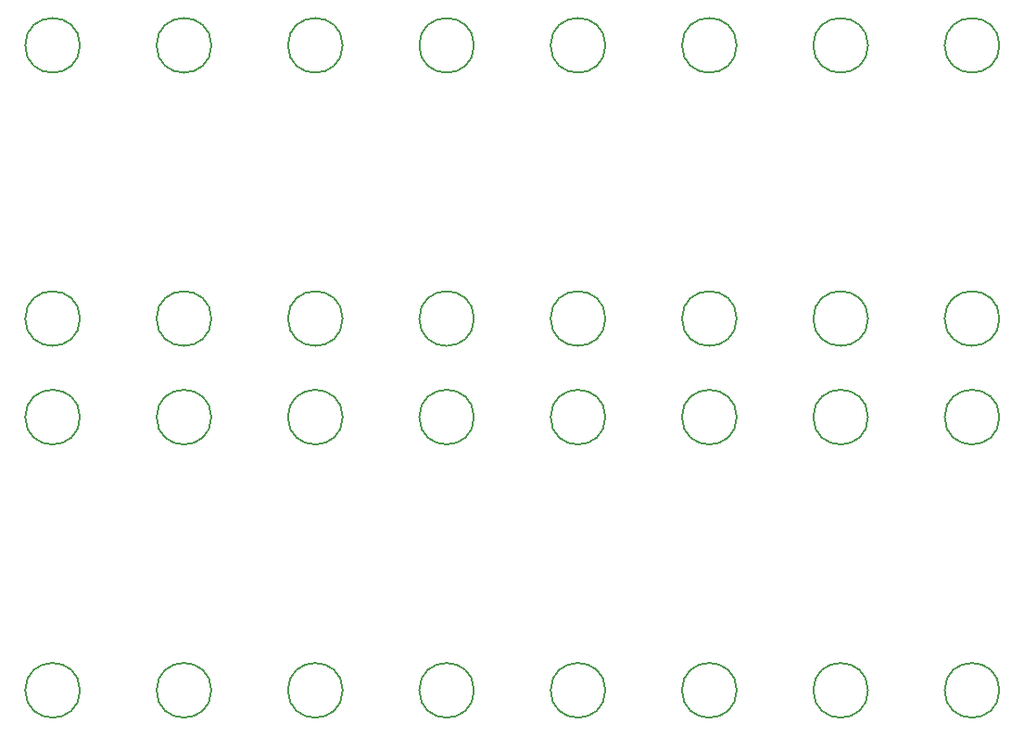
<source format=gbr>
%TF.GenerationSoftware,KiCad,Pcbnew,8.0.2*%
%TF.CreationDate,2024-06-26T22:28:10+07:00*%
%TF.ProjectId,Diode_M7_Panel,44696f64-655f-44d3-975f-50616e656c2e,rev?*%
%TF.SameCoordinates,Original*%
%TF.FileFunction,Other,Comment*%
%FSLAX46Y46*%
G04 Gerber Fmt 4.6, Leading zero omitted, Abs format (unit mm)*
G04 Created by KiCad (PCBNEW 8.0.2) date 2024-06-26 22:28:10*
%MOMM*%
%LPD*%
G01*
G04 APERTURE LIST*
%ADD10C,0.150000*%
G04 APERTURE END LIST*
D10*
%TO.C,J2*%
X7500000Y-36500500D02*
G75*
G02*
X2500000Y-36500500I-2500000J0D01*
G01*
X2500000Y-36500500D02*
G75*
G02*
X7500000Y-36500500I2500000J0D01*
G01*
X43500000Y-70500500D02*
G75*
G02*
X38500000Y-70500500I-2500000J0D01*
G01*
X38500000Y-70500500D02*
G75*
G02*
X43500000Y-70500500I2500000J0D01*
G01*
%TO.C,J1*%
X55500000Y-45516125D02*
G75*
G02*
X50500000Y-45516125I-2500000J0D01*
G01*
X50500000Y-45516125D02*
G75*
G02*
X55500000Y-45516125I2500000J0D01*
G01*
%TO.C,J2*%
X67500000Y-36500500D02*
G75*
G02*
X62500000Y-36500500I-2500000J0D01*
G01*
X62500000Y-36500500D02*
G75*
G02*
X67500000Y-36500500I2500000J0D01*
G01*
%TO.C,J1*%
X67500000Y-11516125D02*
G75*
G02*
X62500000Y-11516125I-2500000J0D01*
G01*
X62500000Y-11516125D02*
G75*
G02*
X67500000Y-11516125I2500000J0D01*
G01*
%TO.C,J2*%
X19500000Y-36500500D02*
G75*
G02*
X14500000Y-36500500I-2500000J0D01*
G01*
X14500000Y-36500500D02*
G75*
G02*
X19500000Y-36500500I2500000J0D01*
G01*
%TO.C,J1*%
X19500000Y-45516125D02*
G75*
G02*
X14500000Y-45516125I-2500000J0D01*
G01*
X14500000Y-45516125D02*
G75*
G02*
X19500000Y-45516125I2500000J0D01*
G01*
X79500000Y-45516125D02*
G75*
G02*
X74500000Y-45516125I-2500000J0D01*
G01*
X74500000Y-45516125D02*
G75*
G02*
X79500000Y-45516125I2500000J0D01*
G01*
X31500000Y-11516125D02*
G75*
G02*
X26500000Y-11516125I-2500000J0D01*
G01*
X26500000Y-11516125D02*
G75*
G02*
X31500000Y-11516125I2500000J0D01*
G01*
X79500000Y-11516125D02*
G75*
G02*
X74500000Y-11516125I-2500000J0D01*
G01*
X74500000Y-11516125D02*
G75*
G02*
X79500000Y-11516125I2500000J0D01*
G01*
X31500000Y-45516125D02*
G75*
G02*
X26500000Y-45516125I-2500000J0D01*
G01*
X26500000Y-45516125D02*
G75*
G02*
X31500000Y-45516125I2500000J0D01*
G01*
X7500000Y-45516125D02*
G75*
G02*
X2500000Y-45516125I-2500000J0D01*
G01*
X2500000Y-45516125D02*
G75*
G02*
X7500000Y-45516125I2500000J0D01*
G01*
X19500000Y-11516125D02*
G75*
G02*
X14500000Y-11516125I-2500000J0D01*
G01*
X14500000Y-11516125D02*
G75*
G02*
X19500000Y-11516125I2500000J0D01*
G01*
%TO.C,J2*%
X7500000Y-70500500D02*
G75*
G02*
X2500000Y-70500500I-2500000J0D01*
G01*
X2500000Y-70500500D02*
G75*
G02*
X7500000Y-70500500I2500000J0D01*
G01*
%TO.C,J1*%
X7500000Y-11516125D02*
G75*
G02*
X2500000Y-11516125I-2500000J0D01*
G01*
X2500000Y-11516125D02*
G75*
G02*
X7500000Y-11516125I2500000J0D01*
G01*
X43500000Y-45516125D02*
G75*
G02*
X38500000Y-45516125I-2500000J0D01*
G01*
X38500000Y-45516125D02*
G75*
G02*
X43500000Y-45516125I2500000J0D01*
G01*
%TO.C,J2*%
X79500000Y-36500500D02*
G75*
G02*
X74500000Y-36500500I-2500000J0D01*
G01*
X74500000Y-36500500D02*
G75*
G02*
X79500000Y-36500500I2500000J0D01*
G01*
X91500000Y-70500500D02*
G75*
G02*
X86500000Y-70500500I-2500000J0D01*
G01*
X86500000Y-70500500D02*
G75*
G02*
X91500000Y-70500500I2500000J0D01*
G01*
X31500000Y-70500500D02*
G75*
G02*
X26500000Y-70500500I-2500000J0D01*
G01*
X26500000Y-70500500D02*
G75*
G02*
X31500000Y-70500500I2500000J0D01*
G01*
X55500000Y-36500500D02*
G75*
G02*
X50500000Y-36500500I-2500000J0D01*
G01*
X50500000Y-36500500D02*
G75*
G02*
X55500000Y-36500500I2500000J0D01*
G01*
%TO.C,J1*%
X55500000Y-11516125D02*
G75*
G02*
X50500000Y-11516125I-2500000J0D01*
G01*
X50500000Y-11516125D02*
G75*
G02*
X55500000Y-11516125I2500000J0D01*
G01*
%TO.C,J2*%
X43500000Y-36500500D02*
G75*
G02*
X38500000Y-36500500I-2500000J0D01*
G01*
X38500000Y-36500500D02*
G75*
G02*
X43500000Y-36500500I2500000J0D01*
G01*
%TO.C,J1*%
X91500000Y-45516125D02*
G75*
G02*
X86500000Y-45516125I-2500000J0D01*
G01*
X86500000Y-45516125D02*
G75*
G02*
X91500000Y-45516125I2500000J0D01*
G01*
%TO.C,J2*%
X91500000Y-36500500D02*
G75*
G02*
X86500000Y-36500500I-2500000J0D01*
G01*
X86500000Y-36500500D02*
G75*
G02*
X91500000Y-36500500I2500000J0D01*
G01*
X55500000Y-70500500D02*
G75*
G02*
X50500000Y-70500500I-2500000J0D01*
G01*
X50500000Y-70500500D02*
G75*
G02*
X55500000Y-70500500I2500000J0D01*
G01*
%TO.C,J1*%
X67500000Y-45516125D02*
G75*
G02*
X62500000Y-45516125I-2500000J0D01*
G01*
X62500000Y-45516125D02*
G75*
G02*
X67500000Y-45516125I2500000J0D01*
G01*
%TO.C,J2*%
X19500000Y-70500500D02*
G75*
G02*
X14500000Y-70500500I-2500000J0D01*
G01*
X14500000Y-70500500D02*
G75*
G02*
X19500000Y-70500500I2500000J0D01*
G01*
X67500000Y-70500500D02*
G75*
G02*
X62500000Y-70500500I-2500000J0D01*
G01*
X62500000Y-70500500D02*
G75*
G02*
X67500000Y-70500500I2500000J0D01*
G01*
%TO.C,J1*%
X43500000Y-11516125D02*
G75*
G02*
X38500000Y-11516125I-2500000J0D01*
G01*
X38500000Y-11516125D02*
G75*
G02*
X43500000Y-11516125I2500000J0D01*
G01*
%TO.C,J2*%
X31500000Y-36500500D02*
G75*
G02*
X26500000Y-36500500I-2500000J0D01*
G01*
X26500000Y-36500500D02*
G75*
G02*
X31500000Y-36500500I2500000J0D01*
G01*
%TO.C,J1*%
X91500000Y-11516125D02*
G75*
G02*
X86500000Y-11516125I-2500000J0D01*
G01*
X86500000Y-11516125D02*
G75*
G02*
X91500000Y-11516125I2500000J0D01*
G01*
%TO.C,J2*%
X79500000Y-70500500D02*
G75*
G02*
X74500000Y-70500500I-2500000J0D01*
G01*
X74500000Y-70500500D02*
G75*
G02*
X79500000Y-70500500I2500000J0D01*
G01*
%TD*%
M02*

</source>
